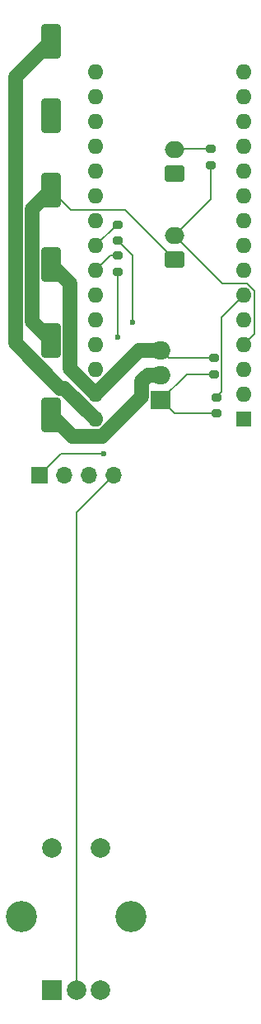
<source format=gbr>
%TF.GenerationSoftware,KiCad,Pcbnew,9.0.2*%
%TF.CreationDate,2025-08-07T20:28:25-04:00*%
%TF.ProjectId,3Dwelderpcbstuff,33447765-6c64-4657-9270-636273747566,rev?*%
%TF.SameCoordinates,Original*%
%TF.FileFunction,Copper,L2,Bot*%
%TF.FilePolarity,Positive*%
%FSLAX46Y46*%
G04 Gerber Fmt 4.6, Leading zero omitted, Abs format (unit mm)*
G04 Created by KiCad (PCBNEW 9.0.2) date 2025-08-07 20:28:25*
%MOMM*%
%LPD*%
G01*
G04 APERTURE LIST*
G04 Aperture macros list*
%AMRoundRect*
0 Rectangle with rounded corners*
0 $1 Rounding radius*
0 $2 $3 $4 $5 $6 $7 $8 $9 X,Y pos of 4 corners*
0 Add a 4 corners polygon primitive as box body*
4,1,4,$2,$3,$4,$5,$6,$7,$8,$9,$2,$3,0*
0 Add four circle primitives for the rounded corners*
1,1,$1+$1,$2,$3*
1,1,$1+$1,$4,$5*
1,1,$1+$1,$6,$7*
1,1,$1+$1,$8,$9*
0 Add four rect primitives between the rounded corners*
20,1,$1+$1,$2,$3,$4,$5,0*
20,1,$1+$1,$4,$5,$6,$7,0*
20,1,$1+$1,$6,$7,$8,$9,0*
20,1,$1+$1,$8,$9,$2,$3,0*%
G04 Aperture macros list end*
%TA.AperFunction,SMDPad,CuDef*%
%ADD10RoundRect,0.200000X-0.275000X0.200000X-0.275000X-0.200000X0.275000X-0.200000X0.275000X0.200000X0*%
%TD*%
%TA.AperFunction,SMDPad,CuDef*%
%ADD11RoundRect,0.200000X0.275000X-0.200000X0.275000X0.200000X-0.275000X0.200000X-0.275000X-0.200000X0*%
%TD*%
%TA.AperFunction,ComponentPad*%
%ADD12R,1.700000X1.700000*%
%TD*%
%TA.AperFunction,ComponentPad*%
%ADD13O,1.700000X1.700000*%
%TD*%
%TA.AperFunction,ComponentPad*%
%ADD14R,2.000000X2.000000*%
%TD*%
%TA.AperFunction,ComponentPad*%
%ADD15C,2.000000*%
%TD*%
%TA.AperFunction,ComponentPad*%
%ADD16C,3.200000*%
%TD*%
%TA.AperFunction,ComponentPad*%
%ADD17RoundRect,0.300000X-0.700000X1.450000X-0.700000X-1.450000X0.700000X-1.450000X0.700000X1.450000X0*%
%TD*%
%TA.AperFunction,ComponentPad*%
%ADD18R,1.600000X1.600000*%
%TD*%
%TA.AperFunction,ComponentPad*%
%ADD19O,1.600000X1.600000*%
%TD*%
%TA.AperFunction,ComponentPad*%
%ADD20R,2.000000X1.905000*%
%TD*%
%TA.AperFunction,ComponentPad*%
%ADD21O,2.000000X1.905000*%
%TD*%
%TA.AperFunction,ComponentPad*%
%ADD22RoundRect,0.250000X0.750000X-0.600000X0.750000X0.600000X-0.750000X0.600000X-0.750000X-0.600000X0*%
%TD*%
%TA.AperFunction,ComponentPad*%
%ADD23O,2.000000X1.700000*%
%TD*%
%TA.AperFunction,ViaPad*%
%ADD24C,0.600000*%
%TD*%
%TA.AperFunction,Conductor*%
%ADD25C,0.200000*%
%TD*%
%TA.AperFunction,Conductor*%
%ADD26C,1.500000*%
%TD*%
G04 APERTURE END LIST*
D10*
%TO.P,R4,1*%
%TO.N,/Heater*%
X149600000Y-78200000D03*
%TO.P,R4,2*%
%TO.N,Net-(Q2-G)*%
X149600000Y-79850000D03*
%TD*%
%TO.P,R3,1*%
%TO.N,GND*%
X149400000Y-74175000D03*
%TO.P,R3,2*%
%TO.N,Net-(Q2-G)*%
X149400000Y-75825000D03*
%TD*%
D11*
%TO.P,R1,1*%
%TO.N,GND*%
X149000000Y-54415000D03*
%TO.P,R1,2*%
%TO.N,/Thermistor*%
X149000000Y-52765000D03*
%TD*%
D12*
%TO.P,J1,1,Pin_1*%
%TO.N,/SDA*%
X131405000Y-86185000D03*
D13*
%TO.P,J1,2,Pin_2*%
%TO.N,/SCL*%
X133945000Y-86185000D03*
%TO.P,J1,3,Pin_3*%
%TO.N,+5V*%
X136485000Y-86185000D03*
%TO.P,J1,4,Pin_4*%
%TO.N,GND*%
X139025000Y-86185000D03*
%TD*%
D14*
%TO.P,SW1,A,A*%
%TO.N,/EC11A*%
X132700000Y-138900000D03*
D15*
%TO.P,SW1,B,B*%
%TO.N,/EC11B*%
X137700000Y-138900000D03*
%TO.P,SW1,C,C*%
%TO.N,GND*%
X135200000Y-138900000D03*
D16*
%TO.P,SW1,MP*%
%TO.N,N/C*%
X129600000Y-131400000D03*
X140800000Y-131400000D03*
D15*
%TO.P,SW1,S1,S1*%
%TO.N,/EC11SWA*%
X137700000Y-124400000D03*
%TO.P,SW1,S2,S2*%
%TO.N,/EC11SWB*%
X132700000Y-124400000D03*
%TD*%
D17*
%TO.P,J6,1,Pin_1*%
%TO.N,+24V*%
X132600000Y-72390000D03*
%TO.P,J6,2,Pin_2*%
%TO.N,/Heater GND*%
X132600000Y-80010000D03*
%TD*%
%TO.P,J2,1,Pin_1*%
%TO.N,+12V*%
X132600000Y-41740000D03*
%TO.P,J2,2,Pin_2*%
%TO.N,GND*%
X132600000Y-49360000D03*
%TO.P,J2,3,Pin_3*%
%TO.N,+24V*%
X132600000Y-56980000D03*
%TO.P,J2,4,Pin_4*%
%TO.N,GND*%
X132600000Y-64600000D03*
%TD*%
D18*
%TO.P,A1,1,D1/TX*%
%TO.N,unconnected-(A1-D1{slash}TX-Pad1)*%
X152410000Y-80450000D03*
D19*
%TO.P,A1,2,D0/RX*%
%TO.N,unconnected-(A1-D0{slash}RX-Pad2)*%
X152410000Y-77910000D03*
%TO.P,A1,3,~{RESET}*%
%TO.N,unconnected-(A1-~{RESET}-Pad3)*%
X152410000Y-75370000D03*
%TO.P,A1,4,GND*%
%TO.N,GND*%
X152410000Y-72830000D03*
%TO.P,A1,5,D2*%
%TO.N,unconnected-(A1-D2-Pad5)*%
X152410000Y-70290000D03*
%TO.P,A1,6,D3*%
%TO.N,/Heater*%
X152410000Y-67750000D03*
%TO.P,A1,7,D4*%
%TO.N,/EC11B*%
X152410000Y-65210000D03*
%TO.P,A1,8,D5*%
%TO.N,/EC11A*%
X152410000Y-62670000D03*
%TO.P,A1,9,D6*%
%TO.N,/EC11SWA*%
X152410000Y-60130000D03*
%TO.P,A1,10,D7*%
%TO.N,/EC11SWB*%
X152410000Y-57590000D03*
%TO.P,A1,11,D8*%
%TO.N,unconnected-(A1-D8-Pad11)*%
X152410000Y-55050000D03*
%TO.P,A1,12,D9*%
%TO.N,unconnected-(A1-D9-Pad12)*%
X152410000Y-52510000D03*
%TO.P,A1,13,D10*%
%TO.N,unconnected-(A1-D10-Pad13)*%
X152410000Y-49970000D03*
%TO.P,A1,14,D11*%
%TO.N,unconnected-(A1-D11-Pad14)*%
X152410000Y-47430000D03*
%TO.P,A1,15,D12*%
%TO.N,unconnected-(A1-D12-Pad15)*%
X152410000Y-44890000D03*
%TO.P,A1,16,D13*%
%TO.N,unconnected-(A1-D13-Pad16)*%
X137170000Y-44890000D03*
%TO.P,A1,17,3V3*%
%TO.N,unconnected-(A1-3V3-Pad17)*%
X137170000Y-47430000D03*
%TO.P,A1,18,AREF*%
%TO.N,unconnected-(A1-AREF-Pad18)*%
X137170000Y-49970000D03*
%TO.P,A1,19,A0*%
%TO.N,/Thermistor*%
X137170000Y-52510000D03*
%TO.P,A1,20,A1*%
%TO.N,unconnected-(A1-A1-Pad20)*%
X137170000Y-55050000D03*
%TO.P,A1,21,A2*%
%TO.N,unconnected-(A1-A2-Pad21)*%
X137170000Y-57590000D03*
%TO.P,A1,22,A3*%
%TO.N,unconnected-(A1-A3-Pad22)*%
X137170000Y-60130000D03*
%TO.P,A1,23,A4*%
%TO.N,Net-(A1-A4)*%
X137170000Y-62670000D03*
%TO.P,A1,24,A5*%
%TO.N,Net-(A1-A5)*%
X137170000Y-65210000D03*
%TO.P,A1,25,A6*%
%TO.N,unconnected-(A1-A6-Pad25)*%
X137170000Y-67750000D03*
%TO.P,A1,26,A7*%
%TO.N,unconnected-(A1-A7-Pad26)*%
X137170000Y-70290000D03*
%TO.P,A1,27,+5V*%
%TO.N,+5V*%
X137170000Y-72830000D03*
%TO.P,A1,28,~{RESET}*%
%TO.N,unconnected-(A1-~{RESET}-Pad28)*%
X137170000Y-75370000D03*
%TO.P,A1,29,GND*%
%TO.N,GND*%
X137170000Y-77910000D03*
%TO.P,A1,30,VIN*%
%TO.N,+12V*%
X137170000Y-80450000D03*
%TD*%
D10*
%TO.P,R2,1*%
%TO.N,Net-(A1-A4)*%
X139500000Y-60500000D03*
%TO.P,R2,2*%
%TO.N,/SDA*%
X139500000Y-62150000D03*
%TD*%
D20*
%TO.P,Q2,1,G*%
%TO.N,Net-(Q2-G)*%
X143910000Y-78470000D03*
D21*
%TO.P,Q2,2,D*%
%TO.N,/Heater GND*%
X143910000Y-75930000D03*
%TO.P,Q2,3,S*%
%TO.N,GND*%
X143910000Y-73390000D03*
%TD*%
D22*
%TO.P,J4,1,Pin_1*%
%TO.N,+24V*%
X145310000Y-64090000D03*
D23*
%TO.P,J4,2,Pin_2*%
%TO.N,GND*%
X145310000Y-61590000D03*
%TD*%
D22*
%TO.P,J5,1,Pin_1*%
%TO.N,+5V*%
X145310000Y-55290000D03*
D23*
%TO.P,J5,2,Pin_2*%
%TO.N,/Thermistor*%
X145310000Y-52790000D03*
%TD*%
D10*
%TO.P,R5,1*%
%TO.N,Net-(A1-A5)*%
X139500000Y-63675000D03*
%TO.P,R5,2*%
%TO.N,/SCL*%
X139500000Y-65325000D03*
%TD*%
D24*
%TO.N,/SCL*%
X139500000Y-72000000D03*
%TO.N,/SDA*%
X141000000Y-70500000D03*
X138000000Y-84000000D03*
%TD*%
D25*
%TO.N,Net-(A1-A5)*%
X138705000Y-63675000D02*
X137170000Y-65210000D01*
X139500000Y-63675000D02*
X138705000Y-63675000D01*
%TO.N,Net-(A1-A4)*%
X139340000Y-60500000D02*
X137170000Y-62670000D01*
X139500000Y-60500000D02*
X139340000Y-60500000D01*
%TO.N,GND*%
X144695000Y-74175000D02*
X143910000Y-73390000D01*
X149400000Y-74175000D02*
X144695000Y-74175000D01*
X150220000Y-66500000D02*
X145310000Y-61590000D01*
X153511000Y-67293950D02*
X152717050Y-66500000D01*
X153511000Y-71729000D02*
X153511000Y-67293950D01*
X152410000Y-72830000D02*
X153511000Y-71729000D01*
X152717050Y-66500000D02*
X150220000Y-66500000D01*
%TO.N,/Thermistor*%
X145335000Y-52765000D02*
X145310000Y-52790000D01*
X149000000Y-52765000D02*
X145335000Y-52765000D01*
%TO.N,GND*%
X149000000Y-57900000D02*
X145310000Y-61590000D01*
X149000000Y-54415000D02*
X149000000Y-57900000D01*
%TO.N,/Heater*%
X150176000Y-69984000D02*
X152410000Y-67750000D01*
X150176000Y-77624000D02*
X150176000Y-69984000D01*
X149600000Y-78200000D02*
X150176000Y-77624000D01*
%TO.N,Net-(Q2-G)*%
X146555000Y-75825000D02*
X143910000Y-78470000D01*
X149400000Y-75825000D02*
X146555000Y-75825000D01*
X145290000Y-79850000D02*
X143910000Y-78470000D01*
X149600000Y-79850000D02*
X145290000Y-79850000D01*
%TO.N,GND*%
X135200000Y-90010000D02*
X139025000Y-86185000D01*
D26*
X134551000Y-75291000D02*
X137170000Y-77910000D01*
X137170000Y-77910000D02*
X141690000Y-73390000D01*
X134551000Y-66551000D02*
X134551000Y-75291000D01*
X132600000Y-64600000D02*
X134551000Y-66551000D01*
D25*
X135200000Y-138900000D02*
X135200000Y-90010000D01*
D26*
X141690000Y-73390000D02*
X143910000Y-73390000D01*
%TO.N,+12V*%
X128948000Y-45392000D02*
X128948000Y-72657182D01*
X133992789Y-77272789D02*
X137170000Y-80450000D01*
X132600000Y-41740000D02*
X128948000Y-45392000D01*
X128948000Y-72657182D02*
X133563607Y-77272789D01*
X133563607Y-77272789D02*
X133992789Y-77272789D01*
D25*
%TO.N,/SCL*%
X139500000Y-72000000D02*
X139500000Y-65325000D01*
%TO.N,/SDA*%
X133590000Y-84000000D02*
X131405000Y-86185000D01*
X141000000Y-63650000D02*
X139500000Y-62150000D01*
X138000000Y-84000000D02*
X133590000Y-84000000D01*
X141000000Y-70500000D02*
X141000000Y-63650000D01*
D26*
%TO.N,/Heater GND*%
X141959000Y-78137288D02*
X141959000Y-76566500D01*
X132600000Y-80010000D02*
X134791000Y-82201000D01*
X141959000Y-76566500D02*
X142595500Y-75930000D01*
X137895288Y-82201000D02*
X141959000Y-78137288D01*
X134791000Y-82201000D02*
X137895288Y-82201000D01*
X142595500Y-75930000D02*
X143910000Y-75930000D01*
D25*
%TO.N,+24V*%
X145310000Y-64090000D02*
X140249000Y-59029000D01*
D26*
X130649000Y-70439000D02*
X130649000Y-58931000D01*
D25*
X134649000Y-59029000D02*
X132600000Y-56980000D01*
D26*
X130649000Y-58931000D02*
X132600000Y-56980000D01*
D25*
X140249000Y-59029000D02*
X134649000Y-59029000D01*
D26*
X132600000Y-72390000D02*
X130649000Y-70439000D01*
%TD*%
M02*

</source>
